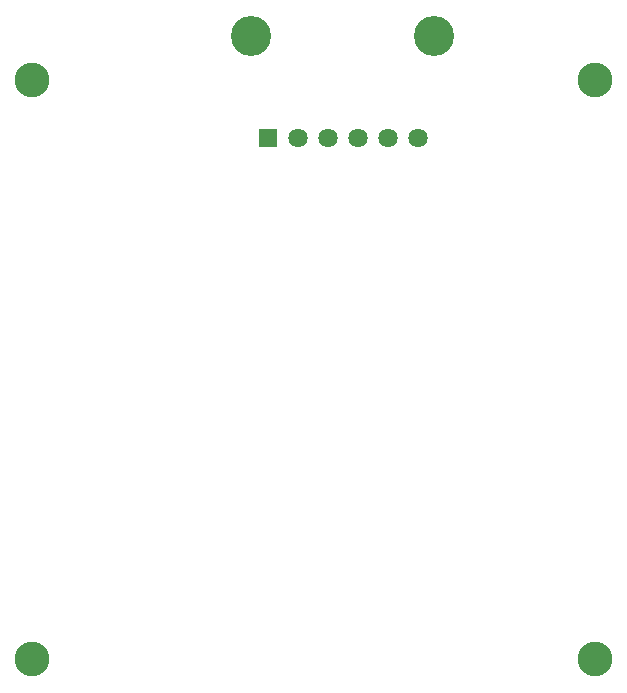
<source format=gbs>
%TF.GenerationSoftware,KiCad,Pcbnew,(6.0.10)*%
%TF.CreationDate,2022-12-30T01:06:13-06:00*%
%TF.ProjectId,FluorometerLightSource,466c756f-726f-46d6-9574-65724c696768,rev?*%
%TF.SameCoordinates,Original*%
%TF.FileFunction,Soldermask,Bot*%
%TF.FilePolarity,Negative*%
%FSLAX46Y46*%
G04 Gerber Fmt 4.6, Leading zero omitted, Abs format (unit mm)*
G04 Created by KiCad (PCBNEW (6.0.10)) date 2022-12-30 01:06:13*
%MOMM*%
%LPD*%
G01*
G04 APERTURE LIST*
%ADD10C,2.946400*%
%ADD11C,3.400000*%
%ADD12R,1.635000X1.635000*%
%ADD13C,1.635000*%
G04 APERTURE END LIST*
D10*
X136144000Y-82550000D03*
X183769000Y-131572000D03*
X136144000Y-131572000D03*
X183769000Y-82550000D03*
D11*
X170190500Y-78828000D03*
X154690500Y-78828000D03*
D12*
X156090500Y-87468000D03*
D13*
X158630500Y-87468000D03*
X161170500Y-87468000D03*
X163710500Y-87468000D03*
X166250500Y-87468000D03*
X168790500Y-87468000D03*
M02*

</source>
